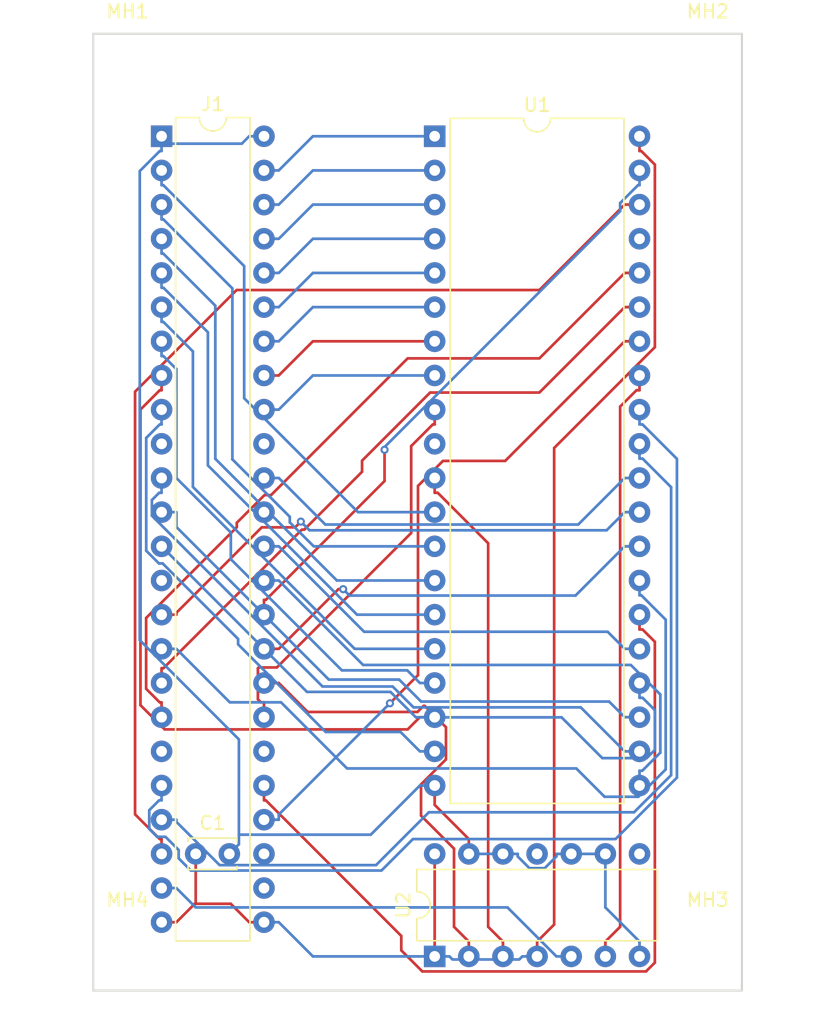
<source format=kicad_pcb>
(kicad_pcb (version 20211014) (generator pcbnew)
  (layers (0 "F.Cu" signal) (31 "B.Cu" signal) (34 "B.Paste" user) (35 "F.Paste" user) (36 "B.SilkS" user "B.Silkscreen") (37 "F.SilkS" user "F.Silkscreen") (38 "B.Mask" user) (39 "F.Mask" user) (44 "Edge.Cuts" user))
  (net 0 "")
  (net 1 "VCC")
  (net 2 "GND")
  (net 3 "Net-(J1-Pad30)")
  (net 4 "/P26")
  (net 5 "Net-(J1-Pad27)")
  (net 6 "/P27")
  (net 7 "/P47")
  (net 8 "/P46")
  (net 9 "Net-(J1-Pad26)")
  (net 10 "Net-(J1-Pad19)")
  (net 11 "/P25")
  (net 12 "/P24")
  (net 13 "/P23")
  (net 14 "/P22")
  (net 15 "/P21")
  (net 16 "/P20")
  (net 17 "/P34")
  (net 18 "Net-(J1-Pad10)")
  (net 19 "/P35")
  (net 20 "/P17")
  (net 21 "/P36")
  (net 22 "/P16")
  (net 23 "Net-(J1-Pad39)")
  (net 24 "/P15")
  (net 25 "/P40")
  (net 26 "/P14")
  (net 27 "/P13")
  (net 28 "/P42")
  (net 29 "/P12")
  (net 30 "/P11")
  (net 31 "/P44")
  (net 32 "/P10")
  (net 33 "/P45")
  (net 34 "Net-(U2-Pad11)")
  (net 35 "Net-(U2-Pad8)")
  (net 36 "/P50")
  (net 37 "/P43")
  (net 38 "/P52")
  (net 39 "/P30")
  (net 40 "/P31")
  (net 41 "/P32")
  (net 42 "/P37")
  (net 43 "/P51")
  (net 44 "/P55")
  (net 45 "/P54")
  (net 46 "Net-(J1-Pad37)")
  (net 47 "/P53")
  (net 48 "Net-(U1-Pad37)")
  (net 49 "Net-(U1-Pad33)")
  (net 50 "Net-(U1-Pad11)")
  (net 51 "Net-(U1-Pad10)")
  (net 52 "Net-(J1-Pad14)")
  (footprint "MountingHole:MountingHole_3.2mm_M3" (layer "F.Cu") (at 101 70)
    (fp_text reference "MH1" (at 0 -4.2) (layer "F.SilkS"))
    (fp_text value "MountingHole_3.2mm_M3")
    (pad "" np_thru_hole circle locked (at 0 0) (size 3.2 3.2) (drill 3.2) (layers *.Cu *.Mask))
  )
  (footprint "MountingHole:MountingHole_3.2mm_M3" (layer "F.Cu") (at 144.18 70)
    (fp_text reference "MH2" (at 0 -4.2) (layer "F.SilkS"))
    (fp_text value "MountingHole_3.2mm_M3")
    (pad "" np_thru_hole circle locked (at 0 0) (size 3.2 3.2) (drill 3.2) (layers *.Cu *.Mask))
  )
  (footprint "MountingHole:MountingHole_3.2mm_M3" (layer "F.Cu") (at 144.18 136.04)
    (fp_text reference "MH3" (at 0 -4.2) (layer "F.SilkS"))
    (fp_text value "MountingHole_3.2mm_M3")
    (pad "" np_thru_hole circle locked (at 0 0) (size 3.2 3.2) (drill 3.2) (layers *.Cu *.Mask))
  )
  (footprint "MountingHole:MountingHole_3.2mm_M3" (layer "F.Cu") (at 101 136.04)
    (fp_text reference "MH4" (at 0 -4.2) (layer "F.SilkS"))
    (fp_text value "MountingHole_3.2mm_M3")
    (pad "" np_thru_hole circle locked (at 0 0) (size 3.2 3.2) (drill 3.2) (layers *.Cu *.Mask))
  )
  (footprint "Package_DIP:DIP-14_W7.62mm" (layer "F.Cu") (at 123.86 136.04 90)
    (fp_text reference "U2" (at 3.81 -2.33 90) (layer "F.SilkS"))
    (fp_text value "74HCT126")
    (fp_line (start 1.16 16.57) (end 6.46 16.57) (layer "F.SilkS") (width 0.12))
    (fp_line (start 6.46 -1.33) (end 4.81 -1.33) (layer "F.SilkS") (width 0.12))
    (fp_line (start 6.46 16.57) (end 6.46 -1.33) (layer "F.SilkS") (width 0.12))
    (fp_line (start 2.81 -1.33) (end 1.16 -1.33) (layer "F.SilkS") (width 0.12))
    (fp_line (start 1.16 -1.33) (end 1.16 16.57) (layer "F.SilkS") (width 0.12))
    (fp_arc (start 4.81 -1.33) (mid 3.81 -0.33) (end 2.81 -1.33) (layer "F.SilkS") (width 0.12))
    (pad "1" thru_hole rect locked (at 0 0 90) (size 1.6 1.6) (drill 0.8) (layers *.Cu *.Mask) (net 1 "VCC"))
    (pad "2" thru_hole oval locked (at 0 2.54 90) (size 1.6 1.6) (drill 0.8) (layers *.Cu *.Mask) (net 8 "/P46"))
    (pad "3" thru_hole oval locked (at 0 5.08 90) (size 1.6 1.6) (drill 0.8) (layers *.Cu *.Mask) (net 50 "Net-(U1-Pad11)"))
    (pad "4" thru_hole oval locked (at 0 7.62 90) (size 1.6 1.6) (drill 0.8) (layers *.Cu *.Mask) (net 1 "VCC"))
    (pad "5" thru_hole oval locked (at 0 10.16 90) (size 1.6 1.6) (drill 0.8) (layers *.Cu *.Mask) (net 47 "/P53"))
    (pad "6" thru_hole oval locked (at 0 12.7 90) (size 1.6 1.6) (drill 0.8) (layers *.Cu *.Mask) (net 49 "Net-(U1-Pad33)"))
    (pad "7" thru_hole oval locked (at 0 15.24 90) (size 1.6 1.6) (drill 0.8) (layers *.Cu *.Mask) (net 2 "GND"))
    (pad "8" thru_hole oval locked (at 7.62 15.24 90) (size 1.6 1.6) (drill 0.8) (layers *.Cu *.Mask) (net 35 "Net-(U2-Pad8)"))
    (pad "9" thru_hole oval locked (at 7.62 12.7 90) (size 1.6 1.6) (drill 0.8) (layers *.Cu *.Mask) (net 2 "GND"))
    (pad "10" thru_hole oval locked (at 7.62 10.16 90) (size 1.6 1.6) (drill 0.8) (layers *.Cu *.Mask) (net 2 "GND"))
    (pad "11" thru_hole oval locked (at 7.62 7.62 90) (size 1.6 1.6) (drill 0.8) (layers *.Cu *.Mask) (net 34 "Net-(U2-Pad11)"))
    (pad "12" thru_hole oval locked (at 7.62 5.08 90) (size 1.6 1.6) (drill 0.8) (layers *.Cu *.Mask) (net 2 "GND"))
    (pad "13" thru_hole oval locked (at 7.62 2.54 90) (size 1.6 1.6) (drill 0.8) (layers *.Cu *.Mask) (net 2 "GND"))
    (pad "14" thru_hole oval locked (at 7.62 0 90) (size 1.6 1.6) (drill 0.8) (layers *.Cu *.Mask) (net 1 "VCC"))
  )
  (footprint "Capacitor_THT:C_Disc_D3.4mm_W2.1mm_P2.50mm" (layer "F.Cu") (at 106.08 128.42)
    (fp_text reference "C1" (at 1.25 -2.3) (layer "F.SilkS"))
    (fp_text value "0.1u")
    (fp_line (start -0.57 -1.17) (end -0.57 -0.925) (layer "F.SilkS") (width 0.12))
    (fp_line (start -0.57 -1.17) (end 3.07 -1.17) (layer "F.SilkS") (width 0.12))
    (fp_line (start -0.57 1.17) (end 3.07 1.17) (layer "F.SilkS") (width 0.12))
    (fp_line (start 3.07 -1.17) (end 3.07 -0.925) (layer "F.SilkS") (width 0.12))
    (fp_line (start 3.07 0.925) (end 3.07 1.17) (layer "F.SilkS") (width 0.12))
    (fp_line (start -0.57 0.925) (end -0.57 1.17) (layer "F.SilkS") (width 0.12))
    (pad "1" thru_hole circle locked (at 0 0) (size 1.6 1.6) (drill 0.8) (layers *.Cu *.Mask) (net 1 "VCC"))
    (pad "2" thru_hole circle locked (at 2.5 0) (size 1.6 1.6) (drill 0.8) (layers *.Cu *.Mask) (net 2 "GND"))
  )
  (footprint "0-LocalLibrary:DIP-48_W7.62mm" (layer "F.Cu") (at 103.54 75.08)
    (fp_text reference "J1" (at 3.81 -2.39) (layer "F.SilkS"))
    (fp_text value "BionicConnector")
    (fp_line (start 6.58 -1.39) (end 4.81 -1.39) (layer "F.SilkS") (width 0.12))
    (fp_line (start 2.81 -1.39) (end 1.04 -1.39) (layer "F.SilkS") (width 0.12))
    (fp_line (start 1.04 -1.39) (end 1.04 39.49) (layer "F.SilkS") (width 0.12))
    (fp_line (start 6.58 59.81) (end 6.58 18.93) (layer "F.SilkS") (width 0.12))
    (fp_line (start 1.04 59.81) (end 6.58 59.81) (layer "F.SilkS") (width 0.12))
    (fp_line (start 6.58 39.49) (end 6.58 -1.39) (layer "F.SilkS") (width 0.12))
    (fp_line (start 1.04 18.93) (end 1.04 59.81) (layer "F.SilkS") (width 0.12))
    (fp_arc (start 4.81 -1.39) (mid 3.81 -0.39) (end 2.81 -1.39) (layer "F.SilkS") (width 0.12))
    (pad "1" thru_hole rect locked (at 0 0) (size 1.6 1.6) (drill 0.8) (layers *.Cu *.Mask) (net 2 "GND"))
    (pad "2" thru_hole oval locked (at 0 2.54) (size 1.6 1.6) (drill 0.8) (layers *.Cu *.Mask) (net 32 "/P10"))
    (pad "3" thru_hole oval locked (at 0 5.08) (size 1.6 1.6) (drill 0.8) (layers *.Cu *.Mask) (net 30 "/P11"))
    (pad "4" thru_hole oval locked (at 0 7.62) (size 1.6 1.6) (drill 0.8) (layers *.Cu *.Mask) (net 29 "/P12"))
    (pad "5" thru_hole oval locked (at 0 10.16) (size 1.6 1.6) (drill 0.8) (layers *.Cu *.Mask) (net 27 "/P13"))
    (pad "6" thru_hole oval locked (at 0 12.7) (size 1.6 1.6) (drill 0.8) (layers *.Cu *.Mask) (net 26 "/P14"))
    (pad "7" thru_hole oval locked (at 0 15.24) (size 1.6 1.6) (drill 0.8) (layers *.Cu *.Mask) (net 24 "/P15"))
    (pad "8" thru_hole oval locked (at 0 17.78) (size 1.6 1.6) (drill 0.8) (layers *.Cu *.Mask) (net 22 "/P16"))
    (pad "9" thru_hole oval locked (at 0 20.32) (size 1.6 1.6) (drill 0.8) (layers *.Cu *.Mask) (net 20 "/P17"))
    (pad "10" thru_hole oval locked (at 0 22.86) (size 1.6 1.6) (drill 0.8) (layers *.Cu *.Mask) (net 18 "Net-(J1-Pad10)"))
    (pad "11" thru_hole oval locked (at 0 25.4) (size 1.6 1.6) (drill 0.8) (layers *.Cu *.Mask) (net 39 "/P30"))
    (pad "12" thru_hole oval locked (at 0 27.94) (size 1.6 1.6) (drill 0.8) (layers *.Cu *.Mask) (net 40 "/P31"))
    (pad "13" thru_hole oval locked (at 0 30.48) (size 1.6 1.6) (drill 0.8) (layers *.Cu *.Mask) (net 41 "/P32"))
    (pad "14" thru_hole oval locked (at 0 33.02) (size 1.6 1.6) (drill 0.8) (layers *.Cu *.Mask) (net 52 "Net-(J1-Pad14)"))
    (pad "15" thru_hole oval locked (at 0 35.56) (size 1.6 1.6) (drill 0.8) (layers *.Cu *.Mask) (net 17 "/P34"))
    (pad "16" thru_hole oval locked (at 0 38.1) (size 1.6 1.6) (drill 0.8) (layers *.Cu *.Mask) (net 19 "/P35"))
    (pad "17" thru_hole oval locked (at 0 40.64) (size 1.6 1.6) (drill 0.8) (layers *.Cu *.Mask) (net 21 "/P36"))
    (pad "18" thru_hole oval locked (at 0 43.18) (size 1.6 1.6) (drill 0.8) (layers *.Cu *.Mask) (net 42 "/P37"))
    (pad "19" thru_hole oval locked (at 0 45.72) (size 1.6 1.6) (drill 0.8) (layers *.Cu *.Mask) (net 10 "Net-(J1-Pad19)"))
    (pad "20" thru_hole oval locked (at 0 48.26) (size 1.6 1.6) (drill 0.8) (layers *.Cu *.Mask) (net 36 "/P50"))
    (pad "21" thru_hole oval locked (at 0 50.8) (size 1.6 1.6) (drill 0.8) (layers *.Cu *.Mask) (net 43 "/P51"))
    (pad "22" thru_hole oval locked (at 0 53.34) (size 1.6 1.6) (drill 0.8) (layers *.Cu *.Mask) (net 38 "/P52"))
    (pad "23" thru_hole oval locked (at 0 55.88) (size 1.6 1.6) (drill 0.8) (layers *.Cu *.Mask) (net 47 "/P53"))
    (pad "24" thru_hole oval locked (at 0 58.42) (size 1.6 1.6) (drill 0.8) (layers *.Cu *.Mask) (net 1 "VCC"))
    (pad "25" thru_hole oval locked (at 7.62 58.42) (size 1.6 1.6) (drill 0.8) (layers *.Cu *.Mask) (net 1 "VCC"))
    (pad "26" thru_hole oval locked (at 7.62 55.88) (size 1.6 1.6) (drill 0.8) (layers *.Cu *.Mask) (net 9 "Net-(J1-Pad26)"))
    (pad "27" thru_hole oval locked (at 7.62 53.34) (size 1.6 1.6) (drill 0.8) (layers *.Cu *.Mask) (net 5 "Net-(J1-Pad27)"))
    (pad "28" thru_hole oval locked (at 7.62 50.8) (size 1.6 1.6) (drill 0.8) (layers *.Cu *.Mask) (net 44 "/P55"))
    (pad "29" thru_hole oval locked (at 7.62 48.26) (size 1.6 1.6) (drill 0.8) (layers *.Cu *.Mask) (net 45 "/P54"))
    (pad "30" thru_hole oval locked (at 7.62 45.72) (size 1.6 1.6) (drill 0.8) (layers *.Cu *.Mask) (net 3 "Net-(J1-Pad30)"))
    (pad "31" thru_hole oval locked (at 7.62 43.18) (size 1.6 1.6) (drill 0.8) (layers *.Cu *.Mask) (net 7 "/P47"))
    (pad "32" thru_hole oval locked (at 7.62 40.64) (size 1.6 1.6) (drill 0.8) (layers *.Cu *.Mask) (net 8 "/P46"))
    (pad "33" thru_hole oval locked (at 7.62 38.1) (size 1.6 1.6) (drill 0.8) (layers *.Cu *.Mask) (net 33 "/P45"))
    (pad "34" thru_hole oval locked (at 7.62 35.56) (size 1.6 1.6) (drill 0.8) (layers *.Cu *.Mask) (net 31 "/P44"))
    (pad "35" thru_hole oval locked (at 7.62 33.02) (size 1.6 1.6) (drill 0.8) (layers *.Cu *.Mask) (net 37 "/P43"))
    (pad "36" thru_hole oval locked (at 7.62 30.48) (size 1.6 1.6) (drill 0.8) (layers *.Cu *.Mask) (net 28 "/P42"))
    (pad "37" thru_hole oval locked (at 7.62 27.94) (size 1.6 1.6) (drill 0.8) (layers *.Cu *.Mask) (net 46 "Net-(J1-Pad37)"))
    (pad "38" thru_hole oval locked (at 7.62 25.4) (size 1.6 1.6) (drill 0.8) (layers *.Cu *.Mask) (net 25 "/P40"))
    (pad "39" thru_hole oval locked (at 7.62 22.86) (size 1.6 1.6) (drill 0.8) (layers *.Cu *.Mask) (net 23 "Net-(J1-Pad39)"))
    (pad "40" thru_hole oval locked (at 7.62 20.32) (size 1.6 1.6) (drill 0.8) (layers *.Cu *.Mask) (net 6 "/P27"))
    (pad "41" thru_hole oval locked (at 7.62 17.78) (size 1.6 1.6) (drill 0.8) (layers *.Cu *.Mask) (net 4 "/P26"))
    (pad "42" thru_hole oval locked (at 7.62 15.24) (size 1.6 1.6) (drill 0.8) (layers *.Cu *.Mask) (net 11 "/P25"))
    (pad "43" thru_hole oval locked (at 7.62 12.7) (size 1.6 1.6) (drill 0.8) (layers *.Cu *.Mask) (net 12 "/P24"))
    (pad "44" thru_hole oval locked (at 7.62 10.16) (size 1.6 1.6) (drill 0.8) (layers *.Cu *.Mask) (net 13 "/P23"))
    (pad "45" thru_hole oval locked (at 7.62 7.62) (size 1.6 1.6) (drill 0.8) (layers *.Cu *.Mask) (net 14 "/P22"))
    (pad "46" thru_hole oval locked (at 7.62 5.08) (size 1.6 1.6) (drill 0.8) (layers *.Cu *.Mask) (net 15 "/P21"))
    (pad "47" thru_hole oval locked (at 7.62 2.54) (size 1.6 1.6) (drill 0.8) (layers *.Cu *.Mask) (net 16 "/P20"))
    (pad "48" thru_hole oval locked (at 7.62 0) (size 1.6 1.6) (drill 0.8) (layers *.Cu *.Mask) (net 2 "GND"))
  )
  (footprint "Package_DIP:DIP-40_W15.24mm" (layer "F.Cu") (at 123.86 75.08)
    (fp_text reference "U1" (at 7.62 -2.33) (layer "F.SilkS"))
    (fp_text value "NSC800N")
    (fp_line (start 6.62 -1.33) (end 1.16 -1.33) (layer "F.SilkS") (width 0.12))
    (fp_line (start 14.08 49.59) (end 14.08 -1.33) (layer "F.SilkS") (width 0.12))
    (fp_line (start 1.16 -1.33) (end 1.16 49.59) (layer "F.SilkS") (width 0.12))
    (fp_line (start 14.08 -1.33) (end 8.62 -1.33) (layer "F.SilkS") (width 0.12))
    (fp_line (start 1.16 49.59) (end 14.08 49.59) (layer "F.SilkS") (width 0.12))
    (fp_arc (start 8.62 -1.33) (mid 7.62 -0.33) (end 6.62 -1.33) (layer "F.SilkS") (width 0.12))
    (pad "1" thru_hole rect locked (at 0 0) (size 1.6 1.6) (drill 0.8) (layers *.Cu *.Mask) (net 16 "/P20"))
    (pad "2" thru_hole oval locked (at 0 2.54) (size 1.6 1.6) (drill 0.8) (layers *.Cu *.Mask) (net 15 "/P21"))
    (pad "3" thru_hole oval locked (at 0 5.08) (size 1.6 1.6) (drill 0.8) (layers *.Cu *.Mask) (net 14 "/P22"))
    (pad "4" thru_hole oval locked (at 0 7.62) (size 1.6 1.6) (drill 0.8) (layers *.Cu *.Mask) (net 13 "/P23"))
    (pad "5" thru_hole oval locked (at 0 10.16) (size 1.6 1.6) (drill 0.8) (layers *.Cu *.Mask) (net 12 "/P24"))
    (pad "6" thru_hole oval locked (at 0 12.7) (size 1.6 1.6) (drill 0.8) (layers *.Cu *.Mask) (net 11 "/P25"))
    (pad "7" thru_hole oval locked (at 0 15.24) (size 1.6 1.6) (drill 0.8) (layers *.Cu *.Mask) (net 4 "/P26"))
    (pad "8" thru_hole oval locked (at 0 17.78) (size 1.6 1.6) (drill 0.8) (layers *.Cu *.Mask) (net 6 "/P27"))
    (pad "9" thru_hole oval locked (at 0 20.32) (size 1.6 1.6) (drill 0.8) (layers *.Cu *.Mask) (net 7 "/P47"))
    (pad "10" thru_hole oval locked (at 0 22.86) (size 1.6 1.6) (drill 0.8) (layers *.Cu *.Mask) (net 51 "Net-(U1-Pad10)"))
    (pad "11" thru_hole oval locked (at 0 25.4) (size 1.6 1.6) (drill 0.8) (layers *.Cu *.Mask) (net 50 "Net-(U1-Pad11)"))
    (pad "12" thru_hole oval locked (at 0 27.94) (size 1.6 1.6) (drill 0.8) (layers *.Cu *.Mask) (net 32 "/P10"))
    (pad "13" thru_hole oval locked (at 0 30.48) (size 1.6 1.6) (drill 0.8) (layers *.Cu *.Mask) (net 30 "/P11"))
    (pad "14" thru_hole oval locked (at 0 33.02) (size 1.6 1.6) (drill 0.8) (layers *.Cu *.Mask) (net 29 "/P12"))
    (pad "15" thru_hole oval locked (at 0 35.56) (size 1.6 1.6) (drill 0.8) (layers *.Cu *.Mask) (net 27 "/P13"))
    (pad "16" thru_hole oval locked (at 0 38.1) (size 1.6 1.6) (drill 0.8) (layers *.Cu *.Mask) (net 26 "/P14"))
    (pad "17" thru_hole oval locked (at 0 40.64) (size 1.6 1.6) (drill 0.8) (layers *.Cu *.Mask) (net 24 "/P15"))
    (pad "18" thru_hole oval locked (at 0 43.18) (size 1.6 1.6) (drill 0.8) (layers *.Cu *.Mask) (net 22 "/P16"))
    (pad "19" thru_hole oval locked (at 0 45.72) (size 1.6 1.6) (drill 0.8) (layers *.Cu *.Mask) (net 20 "/P17"))
    (pad "20" thru_hole oval locked (at 0 48.26) (size 1.6 1.6) (drill 0.8) (layers *.Cu *.Mask) (net 2 "GND"))
    (pad "21" thru_hole oval locked (at 15.24 48.26) (size 1.6 1.6) (drill 0.8) (layers *.Cu *.Mask) (net 37 "/P43"))
    (pad "22" thru_hole oval locked (at 15.24 45.72) (size 1.6 1.6) (drill 0.8) (layers *.Cu *.Mask) (net 39 "/P30"))
    (pad "23" thru_hole oval locked (at 15.24 43.18) (size 1.6 1.6) (drill 0.8) (layers *.Cu *.Mask) (net 40 "/P31"))
    (pad "24" thru_hole oval locked (at 15.24 40.64) (size 1.6 1.6) (drill 0.8) (layers *.Cu *.Mask) (net 41 "/P32"))
    (pad "25" thru_hole oval locked (at 15.24 38.1) (size 1.6 1.6) (drill 0.8) (layers *.Cu *.Mask) (net 28 "/P42"))
    (pad "26" thru_hole oval locked (at 15.24 35.56) (size 1.6 1.6) (drill 0.8) (layers *.Cu *.Mask) (net 45 "/P54"))
    (pad "27" thru_hole oval locked (at 15.24 33.02) (size 1.6 1.6) (drill 0.8) (layers *.Cu *.Mask) (net 19 "/P35"))
    (pad "28" thru_hole oval locked (at 15.24 30.48) (size 1.6 1.6) (drill 0.8) (layers *.Cu *.Mask) (net 33 "/P45"))
    (pad "29" thru_hole oval locked (at 15.24 27.94) (size 1.6 1.6) (drill 0.8) (layers *.Cu *.Mask) (net 17 "/P34"))
    (pad "30" thru_hole oval locked (at 15.24 25.4) (size 1.6 1.6) (drill 0.8) (layers *.Cu *.Mask) (net 25 "/P40"))
    (pad "31" thru_hole oval locked (at 15.24 22.86) (size 1.6 1.6) (drill 0.8) (layers *.Cu *.Mask) (net 43 "/P51"))
    (pad "32" thru_hole oval locked (at 15.24 20.32) (size 1.6 1.6) (drill 0.8) (layers *.Cu *.Mask) (net 36 "/P50"))
    (pad "33" thru_hole oval locked (at 15.24 17.78) (size 1.6 1.6) (drill 0.8) (layers *.Cu *.Mask) (net 49 "Net-(U1-Pad33)"))
    (pad "34" thru_hole oval locked (at 15.24 15.24) (size 1.6 1.6) (drill 0.8) (layers *.Cu *.Mask) (net 44 "/P55"))
    (pad "35" thru_hole oval locked (at 15.24 12.7) (size 1.6 1.6) (drill 0.8) (layers *.Cu *.Mask) (net 21 "/P36"))
    (pad "36" thru_hole oval locked (at 15.24 10.16) (size 1.6 1.6) (drill 0.8) (layers *.Cu *.Mask) (net 42 "/P37"))
    (pad "37" thru_hole oval locked (at 15.24 7.62) (size 1.6 1.6) (drill 0.8) (layers *.Cu *.Mask) (net 48 "Net-(U1-Pad37)"))
    (pad "38" thru_hole oval locked (at 15.24 5.08) (size 1.6 1.6) (drill 0.8) (layers *.Cu *.Mask) (net 38 "/P52"))
    (pad "39" thru_hole oval locked (at 15.24 2.54) (size 1.6 1.6) (drill 0.8) (layers *.Cu *.Mask) (net 31 "/P44"))
    (pad "40" thru_hole oval locked (at 15.24 0) (size 1.6 1.6) (drill 0.8) (layers *.Cu *.Mask) (net 1 "VCC"))
  )
  (gr_line (start 98.46 138.58) (end 98.46 67.46) (layer "Edge.Cuts") (width 0.15))
  (gr_line (start 98.46 67.46) (end 146.72 67.46) (layer "Edge.Cuts") (width 0.15))
  (gr_line (start 146.72 67.46) (end 146.72 138.58) (layer "Edge.Cuts") (width 0.15))
  (gr_line (start 146.72 138.58) (end 98.46 138.58) (layer "Edge.Cuts") (width 0.15))
  (segment (start 140.2442 90.7575) (end 132.75 98.2517) (width 0.2) (layer "F.Cu") (net 1))
  (segment (start 111.16 133.5) (end 110.0597 133.5) (width 0.2) (layer "F.Cu") (net 1))
  (segment (start 108.6896 132.1299) (end 106.08 132.1299) (width 0.2) (layer "F.Cu") (net 1))
  (segment (start 132.75 98.2517) (end 132.75 133.6697) (width 0.2) (layer "F.Cu") (net 1))
  (segment (start 106.08 132.1299) (end 106.0104 132.1299) (width 0.2) (layer "F.Cu") (net 1))
  (segment (start 106.08 132.1299) (end 106.08 128.42) (width 0.2) (layer "F.Cu") (net 1))
  (segment (start 106.0104 132.1299) (end 104.6403 133.5) (width 0.2) (layer "F.Cu") (net 1))
  (segment (start 140.2442 77.187) (end 140.2442 90.7575) (width 0.2) (layer "F.Cu") (net 1))
  (segment (start 103.54 133.5) (end 104.6403 133.5) (width 0.2) (layer "F.Cu") (net 1))
  (segment (start 132.75 133.6697) (end 131.48 134.9397) (width 0.2) (layer "F.Cu") (net 1))
  (segment (start 139.1 76.1803) (end 139.2375 76.1803) (width 0.2) (layer "F.Cu") (net 1))
  (segment (start 110.0597 133.5) (end 108.6896 132.1299) (width 0.2) (layer "F.Cu") (net 1))
  (segment (start 139.2375 76.1803) (end 140.2442 77.187) (width 0.2) (layer "F.Cu") (net 1))
  (segment (start 123.86 136.04) (end 123.86 128.42) (width 0.2) (layer "F.Cu") (net 1))
  (segment (start 131.48 136.04) (end 131.48 134.9397) (width 0.2) (layer "F.Cu") (net 1))
  (segment (start 139.1 75.08) (end 139.1 76.1803) (width 0.2) (layer "F.Cu") (net 1))
  (segment (start 124.9603 136.04) (end 125.1883 136.268) (width 0.2) (layer "B.Cu") (net 1))
  (segment (start 131.48 136.04) (end 130.3797 136.04) (width 0.2) (layer "B.Cu") (net 1))
  (segment (start 112.2603 133.5) (end 114.8003 136.04) (width 0.2) (layer "B.Cu") (net 1))
  (segment (start 130.1517 136.268) (end 130.3797 136.04) (width 0.2) (layer "B.Cu") (net 1))
  (segment (start 123.86 136.04) (end 124.9603 136.04) (width 0.2) (layer "B.Cu") (net 1))
  (segment (start 114.8003 136.04) (end 123.86 136.04) (width 0.2) (layer "B.Cu") (net 1))
  (segment (start 111.16 133.5) (end 112.2603 133.5) (width 0.2) (layer "B.Cu") (net 1))
  (segment (start 125.1883 136.268) (end 130.1517 136.268) (width 0.2) (layer "B.Cu") (net 1))
  (segment (start 126.4 128.42) (end 126.4 127.3197) (width 0.2) (layer "F.Cu") (net 2))
  (segment (start 123.86 124.7797) (end 123.86 123.34) (width 0.2) (layer "F.Cu") (net 2))
  (segment (start 126.4 127.3197) (end 123.86 124.7797) (width 0.2) (layer "F.Cu") (net 2))
  (segment (start 132.9197 128.6087) (end 132.0452 129.4832) (width 0.2) (layer "B.Cu") (net 2))
  (segment (start 132.9197 128.42) (end 132.9197 128.6087) (width 0.2) (layer "B.Cu") (net 2))
  (segment (start 109.2942 119.9123) (end 101.9177 112.5358) (width 0.2) (layer "B.Cu") (net 2))
  (segment (start 132.0452 129.4832) (end 130.9126 129.4832) (width 0.2) (layer "B.Cu") (net 2))
  (segment (start 101.9177 77.6651) (end 103.4025 76.1803) (width 0.2) (layer "B.Cu") (net 2))
  (segment (start 128.94 128.42) (end 130.0403 128.42) (width 0.2) (layer "B.Cu") (net 2))
  (segment (start 136.56 128.42) (end 136.56 132.3997) (width 0.2) (layer "B.Cu") (net 2))
  (segment (start 103.54 75.08) (end 103.54 75.6301) (width 0.2) (layer "B.Cu") (net 2))
  (segment (start 134.02 128.42) (end 135.1203 128.42) (width 0.2) (layer "B.Cu") (net 2))
  (segment (start 134.02 128.42) (end 132.9197 128.42) (width 0.2) (layer "B.Cu") (net 2))
  (segment (start 123.86 123.34) (end 122.7597 123.34) (width 0.2) (layer "B.Cu") (net 2))
  (segment (start 109.2942 127.7058) (end 109.2942 126.9917) (width 0.2) (layer "B.Cu") (net 2))
  (segment (start 101.9177 112.5358) (end 101.9177 77.6651) (width 0.2) (layer "B.Cu") (net 2))
  (segment (start 109.2942 126.9917) (end 119.108 126.9917) (width 0.2) (layer "B.Cu") (net 2))
  (segment (start 136.56 132.3997) (end 139.1 134.9397) (width 0.2) (layer "B.Cu") (net 2))
  (segment (start 128.94 128.42) (end 126.4 128.42) (width 0.2) (layer "B.Cu") (net 2))
  (segment (start 111.16 75.08) (end 110.0597 75.08) (width 0.2) (layer "B.Cu") (net 2))
  (segment (start 108.58 128.42) (end 109.2942 127.7058) (width 0.2) (layer "B.Cu") (net 2))
  (segment (start 130.9126 129.4832) (end 130.0403 128.6109) (width 0.2) (layer "B.Cu") (net 2))
  (segment (start 103.54 75.6301) (end 103.54 76.1803) (width 0.2) (layer "B.Cu") (net 2))
  (segment (start 103.4025 76.1803) (end 103.54 76.1803) (width 0.2) (layer "B.Cu") (net 2))
  (segment (start 139.1 136.04) (end 139.1 134.9397) (width 0.2) (layer "B.Cu") (net 2))
  (segment (start 103.54 75.6301) (end 109.5096 75.6301) (width 0.2) (layer "B.Cu") (net 2))
  (segment (start 109.5096 75.6301) (end 110.0597 75.08) (width 0.2) (layer "B.Cu") (net 2))
  (segment (start 119.108 126.9917) (end 122.7597 123.34) (width 0.2) (layer "B.Cu") (net 2))
  (segment (start 109.2942 126.9917) (end 109.2942 119.9123) (width 0.2) (layer "B.Cu") (net 2))
  (segment (start 130.0403 128.6109) (end 130.0403 128.42) (width 0.2) (layer "B.Cu") (net 2))
  (segment (start 136.56 128.42) (end 135.1203 128.42) (width 0.2) (layer "B.Cu") (net 2))
  (segment (start 114.8003 90.32) (end 123.86 90.32) (width 0.2) (layer "F.Cu") (net 4))
  (segment (start 111.16 92.86) (end 112.2603 92.86) (width 0.2) (layer "F.Cu") (net 4))
  (segment (start 112.2603 92.86) (end 114.8003 90.32) (width 0.2) (layer "F.Cu") (net 4))
  (segment (start 114.8003 92.86) (end 123.86 92.86) (width 0.2) (layer "B.Cu") (net 6))
  (segment (start 112.2603 95.4) (end 114.8003 92.86) (width 0.2) (layer "B.Cu") (net 6))
  (segment (start 111.16 95.4) (end 112.2603 95.4) (width 0.2) (layer "B.Cu") (net 6))
  (segment (start 122.1124 104.5704) (end 122.1124 98.1104) (width 0.2) (layer "F.Cu") (net 7))
  (segment (start 110.7065 116.9342) (end 110.7065 114.623) (width 0.2) (layer "F.Cu") (net 7))
  (segment (start 122.1124 98.1104) (end 123.7225 96.5003) (width 0.2) (layer "F.Cu") (net 7))
  (segment (start 110.932 117.1597) (end 110.7065 116.9342) (width 0.2) (layer "F.Cu") (net 7))
  (segment (start 111.16 117.1597) (end 110.932 117.1597) (width 0.2) (layer "F.Cu") (net 7))
  (segment (start 112.1182 114.5646) (end 122.1124 104.5704) (width 0.2) (layer "F.Cu") (net 7))
  (segment (start 110.7065 114.623) (end 110.7649 114.5646) (width 0.2) (layer "F.Cu") (net 7))
  (segment (start 123.86 95.4) (end 123.86 96.5003) (width 0.2) (layer "F.Cu") (net 7))
  (segment (start 111.16 118.26) (end 111.16 117.1597) (width 0.2) (layer "F.Cu") (net 7))
  (segment (start 123.7225 96.5003) (end 123.86 96.5003) (width 0.2) (layer "F.Cu") (net 7))
  (segment (start 110.7649 114.5646) (end 112.1182 114.5646) (width 0.2) (layer "F.Cu") (net 7))
  (segment (start 126.4 136.04) (end 126.4 134.9397) (width 0.2) (layer "F.Cu") (net 8))
  (segment (start 123.1155 117.4205) (end 123.0329 117.4205) (width 0.2) (layer "F.Cu") (net 8))
  (segment (start 126.4 134.9397) (end 125.2997 133.8394) (width 0.2) (layer "F.Cu") (net 8))
  (segment (start 124.7007 119.0057) (end 123.1155 117.4205) (width 0.2) (layer "F.Cu") (net 8))
  (segment (start 125.2997 133.8394) (end 125.2997 128.0313) (width 0.2) (layer "F.Cu") (net 8))
  (segment (start 114.4119 117.8716) (end 112.2603 115.72) (width 0.2) (layer "F.Cu") (net 8))
  (segment (start 124.7007 121.3976) (end 124.7007 119.0057) (width 0.2) (layer "F.Cu") (net 8))
  (segment (start 125.2997 128.0313) (end 122.8446 125.5762) (width 0.2) (layer "F.Cu") (net 8))
  (segment (start 122.5818 117.8716) (end 114.4119 117.8716) (width 0.2) (layer "F.Cu") (net 8))
  (segment (start 123.0329 117.4205) (end 122.5818 117.8716) (width 0.2) (layer "F.Cu") (net 8))
  (segment (start 122.8446 125.5762) (end 122.8446 123.2537) (width 0.2) (layer "F.Cu") (net 8))
  (segment (start 111.16 115.72) (end 112.2603 115.72) (width 0.2) (layer "F.Cu") (net 8))
  (segment (start 122.8446 123.2537) (end 124.7007 121.3976) (width 0.2) (layer "F.Cu") (net 8))
  (segment (start 111.16 90.32) (end 112.2603 90.32) (width 0.2) (layer "B.Cu") (net 11))
  (segment (start 114.8003 87.78) (end 123.86 87.78) (width 0.2) (layer "B.Cu") (net 11))
  (segment (start 112.2603 90.32) (end 114.8003 87.78) (width 0.2) (layer "B.Cu") (net 11))
  (segment (start 111.16 87.78) (end 112.2603 87.78) (width 0.2) (layer "B.Cu") (net 12))
  (segment (start 114.8003 85.24) (end 123.86 85.24) (width 0.2) (layer "B.Cu") (net 12))
  (segment (start 112.2603 87.78) (end 114.8003 85.24) (width 0.2) (layer "B.Cu") (net 12))
  (segment (start 112.2603 85.24) (end 114.8003 82.7) (width 0.2) (layer "B.Cu") (net 13))
  (segment (start 114.8003 82.7) (end 123.86 82.7) (width 0.2) (layer "B.Cu") (net 13))
  (segment (start 111.16 85.24) (end 112.2603 85.24) (width 0.2) (layer "B.Cu") (net 13))
  (segment (start 112.2603 82.7) (end 114.8003 80.16) (width 0.2) (layer "B.Cu") (net 14))
  (segment (start 111.16 82.7) (end 112.2603 82.7) (width 0.2) (layer "B.Cu") (net 14))
  (segment (start 114.8003 80.16) (end 123.86 80.16) (width 0.2) (layer "B.Cu") (net 14))
  (segment (start 111.16 80.16) (end 112.2603 80.16) (width 0.2) (layer "B.Cu") (net 15))
  (segment (start 112.2603 80.16) (end 114.8003 77.62) (width 0.2) (layer "B.Cu") (net 15))
  (segment (start 114.8003 77.62) (end 123.86 77.62) (width 0.2) (layer "B.Cu") (net 15))
  (segment (start 112.2603 77.62) (end 114.8003 75.08) (width 0.2) (layer "B.Cu") (net 16))
  (segment (start 114.8003 75.08) (end 123.86 75.08) (width 0.2) (layer "B.Cu") (net 16))
  (segment (start 111.16 77.62) (end 112.2603 77.62) (width 0.2) (layer "B.Cu") (net 16))
  (segment (start 110.9945 104.1483) (end 113.4755 104.1483) (width 0.2) (layer "F.Cu") (net 17))
  (segment (start 103.54 110.64) (end 104.6403 110.64) (width 0.2) (layer "F.Cu") (net 17))
  (segment (start 113.4755 104.1483) (end 113.9013 103.7225) (width 0.2) (layer "F.Cu") (net 17))
  (segment (start 104.6403 110.5025) (end 110.9945 104.1483) (width 0.2) (layer "F.Cu") (net 17))
  (segment (start 104.6403 110.64) (end 104.6403 110.5025) (width 0.2) (layer "F.Cu") (net 17))
  (via (at 113.9013 103.7225) (size 0.6) (drill 0.3) (layers "F.Cu" "B.Cu") (net 17))
  (segment (start 113.9013 103.7225) (end 114.5463 104.3675) (width 0.2) (layer "B.Cu") (net 17))
  (segment (start 114.5463 104.3675) (end 136.6522 104.3675) (width 0.2) (layer "B.Cu") (net 17))
  (segment (start 139.1 103.02) (end 137.9997 103.02) (width 0.2) (layer "B.Cu") (net 17))
  (segment (start 136.6522 104.3675) (end 137.9997 103.02) (width 0.2) (layer "B.Cu") (net 17))
  (segment (start 141.0491 122.1427) (end 141.0491 111.0119) (width 0.2) (layer "B.Cu") (net 19))
  (segment (start 136.4987 124.174) (end 139.0178 124.174) (width 0.2) (layer "B.Cu") (net 19))
  (segment (start 139.2375 109.2003) (end 139.1 109.2003) (width 0.2) (layer "B.Cu") (net 19))
  (segment (start 103.54 113.18) (end 104.6403 113.18) (width 0.2) (layer "B.Cu") (net 19))
  (segment (start 117.3404 122.07) (end 134.3947 122.07) (width 0.2) (layer "B.Cu") (net 19))
  (segment (start 112.4262 117.1558) (end 117.3404 122.07) (width 0.2) (layer "B.Cu") (net 19))
  (segment (start 141.0491 111.0119) (end 139.2375 109.2003) (width 0.2) (layer "B.Cu") (net 19))
  (segment (start 139.1 108.1) (end 139.1 109.2003) (width 0.2) (layer "B.Cu") (net 19))
  (segment (start 134.3947 122.07) (end 136.4987 124.174) (width 0.2) (layer "B.Cu") (net 19))
  (segment (start 139.0178 124.174) (end 141.0491 122.1427) (width 0.2) (layer "B.Cu") (net 19))
  (segment (start 108.6161 117.1558) (end 112.4262 117.1558) (width 0.2) (layer "B.Cu") (net 19))
  (segment (start 104.6403 113.18) (end 108.6161 117.1558) (width 0.2) (layer "B.Cu") (net 19))
  (segment (start 123.86 120.8) (end 122.7597 120.8) (width 0.2) (layer "B.Cu") (net 20))
  (segment (start 103.54 96.5003) (end 103.4025 96.5003) (width 0.2) (layer "B.Cu") (net 20))
  (segment (start 102.3985 105.8881) (end 103.3404 106.83) (width 0.2) (layer "B.Cu") (net 20))
  (segment (start 103.4025 96.5003) (end 102.3985 97.5043) (width 0.2) (layer "B.Cu") (net 20))
  (segment (start 121.3201 119.3604) (end 122.7597 120.8) (width 0.2) (layer "B.Cu") (net 20))
  (segment (start 103.54 95.4) (end 103.54 96.5003) (width 0.2) (layer "B.Cu") (net 20))
  (segment (start 103.3404 106.83) (end 103.62 106.83) (width 0.2) (layer "B.Cu") (net 20))
  (segment (start 103.62 106.83) (end 109.2354 112.4454) (width 0.2) (layer "B.Cu") (net 20))
  (segment (start 109.2354 112.8481) (end 115.7477 119.3604) (width 0.2) (layer "B.Cu") (net 20))
  (segment (start 115.7477 119.3604) (end 121.3201 119.3604) (width 0.2) (layer "B.Cu") (net 20))
  (segment (start 109.2354 112.4454) (end 109.2354 112.8481) (width 0.2) (layer "B.Cu") (net 20))
  (segment (start 102.3985 97.5043) (end 102.3985 105.8881) (width 0.2) (layer "B.Cu") (net 20))
  (segment (start 103.54 115.72) (end 103.54 114.6197) (width 0.2) (layer "F.Cu") (net 21))
  (segment (start 131.6497 94.13) (end 137.9997 87.78) (width 0.2) (layer "F.Cu") (net 21))
  (segment (start 118.4566 100.0162) (end 118.4566 99.1928) (width 0.2) (layer "F.Cu") (net 21))
  (segment (start 114.15 104.3228) (end 118.4566 100.0162) (width 0.2) (layer "F.Cu") (net 21))
  (segment (start 139.1 87.78) (end 137.9997 87.78) (width 0.2) (layer "F.Cu") (net 21))
  (segment (start 103.6777 114.6197) (end 113.9746 104.3228) (width 0.2) (layer "F.Cu") (net 21))
  (segment (start 118.4566 99.1928) (end 123.5194 94.13) (width 0.2) (layer "F.Cu") (net 21))
  (segment (start 103.54 114.6197) (end 103.6777 114.6197) (width 0.2) (layer "F.Cu") (net 21))
  (segment (start 113.9746 104.3228) (end 114.15 104.3228) (width 0.2) (layer "F.Cu") (net 21))
  (segment (start 123.5194 94.13) (end 131.6497 94.13) (width 0.2) (layer "F.Cu") (net 21))
  (segment (start 103.54 93.9603) (end 103.4025 93.9603) (width 0.2) (layer "F.Cu") (net 22))
  (segment (start 103.4025 93.9603) (end 101.9672 95.3956) (width 0.2) (layer "F.Cu") (net 22))
  (segment (start 121.8529 119.1668) (end 122.7597 118.26) (width 0.2) (layer "F.Cu") (net 22))
  (segment (start 101.9672 95.3956) (end 101.9672 117.3639) (width 0.2) (layer "F.Cu") (net 22))
  (segment (start 101.9672 117.3639) (end 103.7701 119.1668) (width 0.2) (layer "F.Cu") (net 22))
  (segment (start 103.7701 119.1668) (end 121.8529 119.1668) (width 0.2) (layer "F.Cu") (net 22))
  (segment (start 123.86 118.26) (end 122.7597 118.26) (width 0.2) (layer "F.Cu") (net 22))
  (segment (start 103.54 92.86) (end 103.54 93.9603) (width 0.2) (layer "F.Cu") (net 22))
  (segment (start 104.6403 100.4799) (end 108.6926 104.5322) (width 0.2) (layer "B.Cu") (net 24))
  (segment (start 123.86 115.72) (end 122.7597 115.72) (width 0.2) (layer "B.Cu") (net 24))
  (segment (start 103.54 91.4203) (end 103.6777 91.4203) (width 0.2) (layer "B.Cu") (net 24))
  (segment (start 121.8185 114.7788) (end 122.7597 115.72) (width 0.2) (layer "B.Cu") (net 24))
  (segment (start 103.54 90.32) (end 103.54 91.4203) (width 0.2) (layer "B.Cu") (net 24))
  (segment (start 103.6777 91.4203) (end 104.6403 92.3829) (width 0.2) (layer "B.Cu") (net 24))
  (segment (start 108.6926 106.5171) (end 116.9543 114.7788) (width 0.2) (layer "B.Cu") (net 24))
  (segment (start 108.6926 104.5322) (end 108.6926 106.5171) (width 0.2) (layer "B.Cu") (net 24))
  (segment (start 104.6403 92.3829) (end 104.6403 100.4799) (width 0.2) (layer "B.Cu") (net 24))
  (segment (start 116.9543 114.7788) (end 121.8185 114.7788) (width 0.2) (layer "B.Cu") (net 24))
  (segment (start 137.9997 100.48) (end 134.5385 103.9412) (width 0.2) (layer "B.Cu") (net 25))
  (segment (start 139.1 100.48) (end 137.9997 100.48) (width 0.2) (layer "B.Cu") (net 25))
  (segment (start 111.16 100.48) (end 112.2603 100.48) (width 0.2) (layer "B.Cu") (net 25))
  (segment (start 115.7215 103.9412) (end 112.2603 100.48) (width 0.2) (layer "B.Cu") (net 25))
  (segment (start 134.5385 103.9412) (end 115.7215 103.9412) (width 0.2) (layer "B.Cu") (net 25))
  (segment (start 117.9066 113.18) (end 105.8697 101.1431) (width 0.2) (layer "B.Cu") (net 26))
  (segment (start 123.86 113.18) (end 117.9066 113.18) (width 0.2) (layer "B.Cu") (net 26))
  (segment (start 105.8697 91.072) (end 103.678 88.8803) (width 0.2) (layer "B.Cu") (net 26))
  (segment (start 103.678 88.8803) (end 103.54 88.8803) (width 0.2) (layer "B.Cu") (net 26))
  (segment (start 105.8697 101.1431) (end 105.8697 91.072) (width 0.2) (layer "B.Cu") (net 26))
  (segment (start 103.54 87.78) (end 103.54 88.8803) (width 0.2) (layer "B.Cu") (net 26))
  (segment (start 123.86 110.64) (end 122.7597 110.64) (width 0.2) (layer "B.Cu") (net 27))
  (segment (start 103.6775 86.3403) (end 103.54 86.3403) (width 0.2) (layer "B.Cu") (net 27))
  (segment (start 106.9868 99.5445) (end 106.9868 89.6496) (width 0.2) (layer "B.Cu") (net 27))
  (segment (start 118.0823 110.64) (end 106.9868 99.5445) (width 0.2) (layer "B.Cu") (net 27))
  (segment (start 106.9868 89.6496) (end 103.6775 86.3403) (width 0.2) (layer "B.Cu") (net 27))
  (segment (start 122.7597 110.64) (end 118.0823 110.64) (width 0.2) (layer "B.Cu") (net 27))
  (segment (start 103.54 85.24) (end 103.54 86.3403) (width 0.2) (layer "B.Cu") (net 27))
  (segment (start 118.6103 111.91) (end 136.7297 111.91) (width 0.2) (layer "B.Cu") (net 28))
  (segment (start 112.2603 105.56) (end 118.6103 111.91) (width 0.2) (layer "B.Cu") (net 28))
  (segment (start 136.7297 111.91) (end 137.9997 113.18) (width 0.2) (layer "B.Cu") (net 28))
  (segment (start 139.1 113.18) (end 137.9997 113.18) (width 0.2) (layer "B.Cu") (net 28))
  (segment (start 111.16 105.56) (end 112.2603 105.56) (width 0.2) (layer "B.Cu") (net 28))
  (segment (start 107.5389 87.6741) (end 107.5389 99.0545) (width 0.2) (layer "B.Cu") (net 29))
  (segment (start 103.54 82.7) (end 103.54 83.8003) (width 0.2) (layer "B.Cu") (net 29))
  (segment (start 107.539 99.0545) (end 116.5845 108.1) (width 0.2) (layer "B.Cu") (net 29))
  (segment (start 123.86 108.1) (end 122.7597 108.1) (width 0.2) (layer "B.Cu") (net 29))
  (segment (start 116.5845 108.1) (end 122.7597 108.1) (width 0.2) (layer "B.Cu") (net 29))
  (segment (start 103.54 83.8003) (end 103.6651 83.8003) (width 0.2) (layer "B.Cu") (net 29))
  (segment (start 103.6651 83.8003) (end 107.5389 87.6741) (width 0.2) (layer "B.Cu") (net 29))
  (segment (start 107.5389 99.0545) (end 107.539 99.0545) (width 0.2) (layer "B.Cu") (net 29))
  (segment (start 103.6775 81.2603) (end 108.8094 86.3922) (width 0.2) (layer "B.Cu") (net 30))
  (segment (start 108.8095 99.0944) (end 113.0804 103.3653) (width 0.2) (layer "B.Cu") (net 30))
  (segment (start 113.0804 103.7805) (end 114.8599 105.56) (width 0.2) (layer "B.Cu") (net 30))
  (segment (start 113.0804 103.3653) (end 113.0804 103.7805) (width 0.2) (layer "B.Cu") (net 30))
  (segment (start 108.8094 86.3922) (end 108.8094 99.0944) (width 0.2) (layer "B.Cu") (net 30))
  (segment (start 108.8094 99.0944) (end 108.8095 99.0944) (width 0.2) (layer "B.Cu") (net 30))
  (segment (start 114.8599 105.56) (end 123.86 105.56) (width 0.2) (layer "B.Cu") (net 30))
  (segment (start 103.54 80.16) (end 103.54 81.2603) (width 0.2) (layer "B.Cu") (net 30))
  (segment (start 103.54 81.2603) (end 103.6775 81.2603) (width 0.2) (layer "B.Cu") (net 30))
  (segment (start 120.1305 100.7067) (end 120.1305 98.3842) (width 0.2) (layer "F.Cu") (net 31))
  (segment (start 111.16 109.5397) (end 111.2975 109.5397) (width 0.2) (layer "F.Cu") (net 31))
  (segment (start 111.2975 109.5397) (end 120.1305 100.7067) (width 0.2) (layer "F.Cu") (net 31))
  (segment (start 111.16 110.64) (end 111.16 109.5397) (width 0.2) (layer "F.Cu") (net 31))
  (via (at 120.1305 98.3842) (size 0.6) (drill 0.3) (layers "F.Cu" "B.Cu") (net 31))
  (segment (start 137.6604 80.65) (end 137.6604 80.0459) (width 0.2) (layer "B.Cu") (net 31))
  (segment (start 120.1305 98.1799) (end 137.6604 80.65) (width 0.2) (layer "B.Cu") (net 31))
  (segment (start 120.1305 98.3842) (end 120.1305 98.1799) (width 0.2) (layer "B.Cu") (net 31))
  (segment (start 137.6604 80.0459) (end 138.986 78.7203) (width 0.2) (layer "B.Cu") (net 31))
  (segment (start 138.986 78.7203) (end 139.1 78.7203) (width 0.2) (layer "B.Cu") (net 31))
  (segment (start 139.1 77.62) (end 139.1 78.7203) (width 0.2) (layer "B.Cu") (net 31))
  (segment (start 103.54 77.62) (end 103.54 78.7203) (width 0.2) (layer "B.Cu") (net 32))
  (segment (start 118.1525 103.02) (end 122.7597 103.02) (width 0.2) (layer "B.Cu") (net 32))
  (segment (start 123.86 103.02) (end 122.7597 103.02) (width 0.2) (layer "B.Cu") (net 32))
  (segment (start 109.6869 94.5544) (end 118.1525 103.02) (width 0.2) (layer "B.Cu") (net 32))
  (segment (start 109.6869 84.7297) (end 109.6869 94.5544) (width 0.2) (layer "B.Cu") (net 32))
  (segment (start 103.54 78.7203) (end 103.6775 78.7203) (width 0.2) (layer "B.Cu") (net 32))
  (segment (start 103.6775 78.7203) (end 109.6869 84.7297) (width 0.2) (layer "B.Cu") (net 32))
  (segment (start 116.6957 108.7446) (end 117.0491 108.7446) (width 0.2) (layer "F.Cu") (net 33))
  (segment (start 111.16 113.18) (end 112.2603 113.18) (width 0.2) (layer "F.Cu") (net 33))
  (segment (start 112.2603 113.18) (end 116.6957 108.7446) (width 0.2) (layer "F.Cu") (net 33))
  (via (at 117.0491 108.7446) (size 0.6) (drill 0.3) (layers "F.Cu" "B.Cu") (net 33))
  (segment (start 117.5247 109.2202) (end 117.0491 108.7446) (width 0.2) (layer "B.Cu") (net 33))
  (segment (start 139.1 105.56) (end 137.9997 105.56) (width 0.2) (layer "B.Cu") (net 33))
  (segment (start 137.9997 105.56) (end 134.3395 109.2202) (width 0.2) (layer "B.Cu") (net 33))
  (segment (start 134.3395 109.2202) (end 117.5247 109.2202) (width 0.2) (layer "B.Cu") (net 33))
  (segment (start 103.54 123.34) (end 103.54 124.4403) (width 0.2) (layer "B.Cu") (net 36))
  (segment (start 137.3159 127.3196) (end 141.8845 122.751) (width 0.2) (layer "B.Cu") (net 36))
  (segment (start 103.2044 127.15) (end 103.8282 127.15) (width 0.2) (layer "B.Cu") (net 36))
  (segment (start 103.54 124.4403) (end 103.3571 124.4403) (width 0.2) (layer "B.Cu") (net 36))
  (segment (start 141.8845 122.751) (end 141.8845 99.0568) (width 0.2) (layer "B.Cu") (net 36))
  (segment (start 139.328 96.5003) (end 139.1 96.5003) (width 0.2) (layer "B.Cu") (net 36))
  (segment (start 102.6243 125.1731) (end 102.6243 126.5699) (width 0.2) (layer "B.Cu") (net 36))
  (segment (start 104.81 128.7498) (end 105.718 129.6578) (width 0.2) (layer "B.Cu") (net 36))
  (segment (start 104.81 128.1318) (end 104.81 128.7498) (width 0.2) (layer "B.Cu") (net 36))
  (segment (start 141.8845 99.0568) (end 139.328 96.5003) (width 0.2) (layer "B.Cu") (net 36))
  (segment (start 139.1 95.4) (end 139.1 96.5003) (width 0.2) (layer "B.Cu") (net 36))
  (segment (start 119.9013 129.6578) (end 122.2395 127.3196) (width 0.2) (layer "B.Cu") (net 36))
  (segment (start 102.6243 126.5699) (end 103.2044 127.15) (width 0.2) (layer "B.Cu") (net 36))
  (segment (start 105.718 129.6578) (end 119.9013 129.6578) (width 0.2) (layer "B.Cu") (net 36))
  (segment (start 122.2395 127.3196) (end 137.3159 127.3196) (width 0.2) (layer "B.Cu") (net 36))
  (segment (start 103.8282 127.15) (end 104.81 128.1318) (width 0.2) (layer "B.Cu") (net 36))
  (segment (start 103.3571 124.4403) (end 102.6243 125.1731) (width 0.2) (layer "B.Cu") (net 36))
  (segment (start 118.537 114.3767) (end 112.2603 108.1) (width 0.2) (layer "B.Cu") (net 37))
  (segment (start 139.3063 122.2397) (end 140.6487 120.8973) (width 0.2) (layer "B.Cu") (net 37))
  (segment (start 139.1 123.34) (end 139.1 122.2397) (width 0.2) (layer "B.Cu") (net 37))
  (segment (start 138.4519 114.3767) (end 118.537 114.3767) (width 0.2) (layer "B.Cu") (net 37))
  (segment (start 139.1 122.2397) (end 139.3063 122.2397) (width 0.2) (layer "B.Cu") (net 37))
  (segment (start 111.16 108.1) (end 112.2603 108.1) (width 0.2) (layer "B.Cu") (net 37))
  (segment (start 140.6487 120.8973) (end 140.6487 116.5735) (width 0.2) (layer "B.Cu") (net 37))
  (segment (start 140.6487 116.5735) (end 138.4519 114.3767) (width 0.2) (layer "B.Cu") (net 37))
  (segment (start 101.5668 94.0645) (end 109.1213 86.51) (width 0.2) (layer "F.Cu") (net 38))
  (segment (start 139.1 80.16) (end 137.9997 80.16) (width 0.2) (layer "F.Cu") (net 38))
  (segment (start 101.5668 125.484) (end 101.5668 94.0645) (width 0.2) (layer "F.Cu") (net 38))
  (segment (start 131.6497 86.51) (end 137.9997 80.16) (width 0.2) (layer "F.Cu") (net 38))
  (segment (start 103.54 128.42) (end 103.54 127.3197) (width 0.2) (layer "F.Cu") (net 38))
  (segment (start 103.54 127.3197) (end 103.4025 127.3197) (width 0.2) (layer "F.Cu") (net 38))
  (segment (start 103.4025 127.3197) (end 101.5668 125.484) (width 0.2) (layer "F.Cu") (net 38))
  (segment (start 109.1213 86.51) (end 131.6497 86.51) (width 0.2) (layer "F.Cu") (net 38))
  (segment (start 115.5144 115.978) (end 120.7347 115.978) (width 0.2) (layer "B.Cu") (net 39))
  (segment (start 102.8195 102.1187) (end 102.8195 103.2831) (width 0.2) (layer "B.Cu") (net 39))
  (segment (start 102.8195 103.2831) (end 115.5144 115.978) (width 0.2) (layer "B.Cu") (net 39))
  (segment (start 120.7347 115.978) (end 122.2865 117.5298) (width 0.2) (layer "B.Cu") (net 39))
  (segment (start 103.3579 101.5803) (end 102.8195 102.1187) (width 0.2) (layer "B.Cu") (net 39))
  (segment (start 134.7295 117.5298) (end 137.9997 120.8) (width 0.2) (layer "B.Cu") (net 39))
  (segment (start 103.54 100.48) (end 103.54 101.5803) (width 0.2) (layer "B.Cu") (net 39))
  (segment (start 103.54 101.5803) (end 103.3579 101.5803) (width 0.2) (layer "B.Cu") (net 39))
  (segment (start 122.2865 117.5298) (end 134.7295 117.5298) (width 0.2) (layer "B.Cu") (net 39))
  (segment (start 139.1 120.8) (end 137.9997 120.8) (width 0.2) (layer "B.Cu") (net 39))
  (segment (start 104.6403 103.02) (end 104.6403 104.1203) (width 0.2) (layer "B.Cu") (net 40))
  (segment (start 139.1 118.26) (end 137.9997 118.26) (width 0.2) (layer "B.Cu") (net 40))
  (segment (start 115.9842 115.4642) (end 121.2173 115.4642) (width 0.2) (layer "B.Cu") (net 40))
  (segment (start 121.2173 115.4642) (end 122.8509 117.0978) (width 0.2) (layer "B.Cu") (net 40))
  (segment (start 103.54 103.02) (end 104.6403 103.02) (width 0.2) (layer "B.Cu") (net 40))
  (segment (start 122.8509 117.0978) (end 136.8375 117.0978) (width 0.2) (layer "B.Cu") (net 40))
  (segment (start 136.8375 117.0978) (end 137.9997 118.26) (width 0.2) (layer "B.Cu") (net 40))
  (segment (start 104.6403 104.1203) (end 115.9842 115.4642) (width 0.2) (layer "B.Cu") (net 40))
  (segment (start 122.4623 118.2717) (end 133.3035 118.2717) (width 0.2) (layer "B.Cu") (net 41))
  (segment (start 103.54 105.56) (end 114.3583 116.3783) (width 0.2) (layer "B.Cu") (net 41))
  (segment (start 139.328 116.8203) (end 139.1 116.8203) (width 0.2) (layer "B.Cu") (net 41))
  (segment (start 133.3035 118.2717) (end 136.3353 121.3035) (width 0.2) (layer "B.Cu") (net 41))
  (segment (start 140.2483 120.6858) (end 140.2483 117.7406) (width 0.2) (layer "B.Cu") (net 41))
  (segment (start 136.3353 121.3035) (end 139.6306 121.3035) (width 0.2) (layer "B.Cu") (net 41))
  (segment (start 139.6306 121.3035) (end 140.2483 120.6858) (width 0.2) (layer "B.Cu") (net 41))
  (segment (start 114.3583 116.3783) (end 120.5689 116.3783) (width 0.2) (layer "B.Cu") (net 41))
  (segment (start 120.5689 116.3783) (end 122.4623 118.2717) (width 0.2) (layer "B.Cu") (net 41))
  (segment (start 139.1 115.72) (end 139.1 116.8203) (width 0.2) (layer "B.Cu") (net 41))
  (segment (start 140.2483 117.7406) (end 139.328 116.8203) (width 0.2) (layer "B.Cu") (net 41))
  (segment (start 121.8492 91.59) (end 131.6497 91.59) (width 0.2) (layer "F.Cu") (net 42))
  (segment (start 103.54 118.26) (end 103.54 117.1597) (width 0.2) (layer "F.Cu") (net 42))
  (segment (start 139.1 85.24) (end 137.9997 85.24) (width 0.2) (layer "F.Cu") (net 42))
  (segment (start 103.54 117.1597) (end 103.4025 117.1597) (width 0.2) (layer "F.Cu") (net 42))
  (segment (start 109.138 103.8085) (end 111.1965 101.75) (width 0.2) (layer "F.Cu") (net 42))
  (segment (start 111.1965 101.75) (end 111.6892 101.75) (width 0.2) (layer "F.Cu") (net 42))
  (segment (start 102.3912 110.887) (end 109.138 104.1402) (width 0.2) (layer "F.Cu") (net 42))
  (segment (start 131.6497 91.59) (end 137.9997 85.24) (width 0.2) (layer "F.Cu") (net 42))
  (segment (start 109.138 104.1402) (end 109.138 103.8085) (width 0.2) (layer "F.Cu") (net 42))
  (segment (start 103.4025 117.1597) (end 102.3912 116.1484) (width 0.2) (layer "F.Cu") (net 42))
  (segment (start 102.3912 116.1484) (end 102.3912 110.887) (width 0.2) (layer "F.Cu") (net 42))
  (segment (start 111.6892 101.75) (end 121.8492 91.59) (width 0.2) (layer "F.Cu") (net 42))
  (segment (start 119.4985 129.2574) (end 107.8612 129.2574) (width 0.2) (layer "B.Cu") (net 43))
  (segment (start 141.453 122.5694) (end 138.6953 125.3271) (width 0.2) (layer "B.Cu") (net 43))
  (segment (start 138.6953 125.3271) (end 123.4288 125.3271) (width 0.2) (layer "B.Cu") (net 43))
  (segment (start 139.1 99.0403) (end 139.328 99.0403) (width 0.2) (layer "B.Cu") (net 43))
  (segment (start 139.1 97.94) (end 139.1 99.0403) (width 0.2) (layer "B.Cu") (net 43))
  (segment (start 139.328 99.0403) (end 141.453 101.1653) (width 0.2) (layer "B.Cu") (net 43))
  (segment (start 107.8612 129.2574) (end 104.6403 126.0365) (width 0.2) (layer "B.Cu") (net 43))
  (segment (start 141.453 101.1653) (end 141.453 122.5694) (width 0.2) (layer "B.Cu") (net 43))
  (segment (start 103.54 125.88) (end 104.6403 125.88) (width 0.2) (layer "B.Cu") (net 43))
  (segment (start 123.4288 125.3271) (end 119.4985 129.2574) (width 0.2) (layer "B.Cu") (net 43))
  (segment (start 104.6403 126.0365) (end 104.6403 125.88) (width 0.2) (layer "B.Cu") (net 43))
  (segment (start 139.1 90.32) (end 137.9997 90.32) (width 0.2) (layer "F.Cu") (net 44))
  (segment (start 124.4757 99.21) (end 122.6181 101.0676) (width 0.2) (layer "F.Cu") (net 44))
  (segment (start 129.1097 99.21) (end 124.4757 99.21) (width 0.2) (layer "F.Cu") (net 44))
  (segment (start 122.6181 101.0676) (end 122.6181 115.1393) (width 0.2) (layer "F.Cu") (net 44))
  (segment (start 122.6181 115.1393) (end 120.5317 117.2257) (width 0.2) (layer "F.Cu") (net 44))
  (segment (start 137.9997 90.32) (end 129.1097 99.21) (width 0.2) (layer "F.Cu") (net 44))
  (via (at 120.5317 117.2257) (size 0.6) (drill 0.3) (layers "F.Cu" "B.Cu") (net 44))
  (segment (start 111.16 125.88) (end 112.2603 125.88) (width 0.2) (layer "B.Cu") (net 44))
  (segment (start 112.2603 125.4971) (end 120.5317 117.2257) (width 0.2) (layer "B.Cu") (net 44))
  (segment (start 112.2603 125.88) (end 112.2603 125.4971) (width 0.2) (layer "B.Cu") (net 44))
  (segment (start 121.3756 135.5932) (end 122.9401 137.1577) (width 0.2) (layer "F.Cu") (net 45))
  (segment (start 139.1 110.64) (end 139.1 111.7403) (width 0.2) (layer "F.Cu") (net 45))
  (segment (start 122.9401 137.1577) (end 139.5867 137.1577) (width 0.2) (layer "F.Cu") (net 45))
  (segment (start 139.328 111.7403) (end 139.1 111.7403) (width 0.2) (layer "F.Cu") (net 45))
  (segment (start 121.3756 134.5182) (end 121.3756 135.5932) (width 0.2) (layer "F.Cu") (net 45))
  (segment (start 111.2977 124.4403) (end 121.3756 134.5182) (width 0.2) (layer "F.Cu") (net 45))
  (segment (start 111.16 124.4403) (end 111.2977 124.4403) (width 0.2) (layer "F.Cu") (net 45))
  (segment (start 111.16 123.34) (end 111.16 124.4403) (width 0.2) (layer "F.Cu") (net 45))
  (segment (start 139.5867 137.1577) (end 140.2418 136.5026) (width 0.2) (layer "F.Cu") (net 45))
  (segment (start 140.2418 112.6541) (end 139.328 111.7403) (width 0.2) (layer "F.Cu") (net 45))
  (segment (start 140.2418 136.5026) (end 140.2418 112.6541) (width 0.2) (layer "F.Cu") (net 45))
  (segment (start 132.9197 136.04) (end 129.2793 132.3996) (width 0.2) (layer "B.Cu") (net 47))
  (segment (start 103.54 130.96) (end 104.6403 130.96) (width 0.2) (layer "B.Cu") (net 47))
  (segment (start 134.02 136.04) (end 132.9197 136.04) (width 0.2) (layer "B.Cu") (net 47))
  (segment (start 106.0799 132.3996) (end 104.6403 130.96) (width 0.2) (layer "B.Cu") (net 47))
  (segment (start 129.2793 132.3996) (end 106.0799 132.3996) (width 0.2) (layer "B.Cu") (net 47))
  (segment (start 139.1 92.86) (end 139.1 93.9603) (width 0.2) (layer "F.Cu") (net 49))
  (segment (start 136.56 136.04) (end 136.56 134.9397) (width 0.2) (layer "F.Cu") (net 49))
  (segment (start 136.56 134.9397) (end 137.6604 133.8393) (width 0.2) (layer "F.Cu") (net 49))
  (segment (start 138.872 93.9603) (end 139.1 93.9603) (width 0.2) (layer "F.Cu") (net 49))
  (segment (start 137.6604 95.1719) (end 138.872 93.9603) (width 0.2) (layer "F.Cu") (net 49))
  (segment (start 137.6604 133.8393) (end 137.6604 95.1719) (width 0.2) (layer "F.Cu") (net 49))
  (segment (start 128.94 136.04) (end 128.94 134.9397) (width 0.2) (layer "F.Cu") (net 50))
  (segment (start 127.8397 105.332) (end 124.088 101.5803) (width 0.2) (layer "F.Cu") (net 50))
  (segment (start 128.94 134.9397) (end 127.8397 133.8394) (width 0.2) (layer "F.Cu") (net 50))
  (segment (start 123.86 100.48) (end 123.86 101.5803) (width 0.2) (layer "F.Cu") (net 50))
  (segment (start 127.8397 133.8394) (end 127.8397 105.332) (width 0.2) (layer "F.Cu") (net 50))
  (segment (start 124.088 101.5803) (end 123.86 101.5803) (width 0.2) (layer "F.Cu") (net 50))
)
</source>
